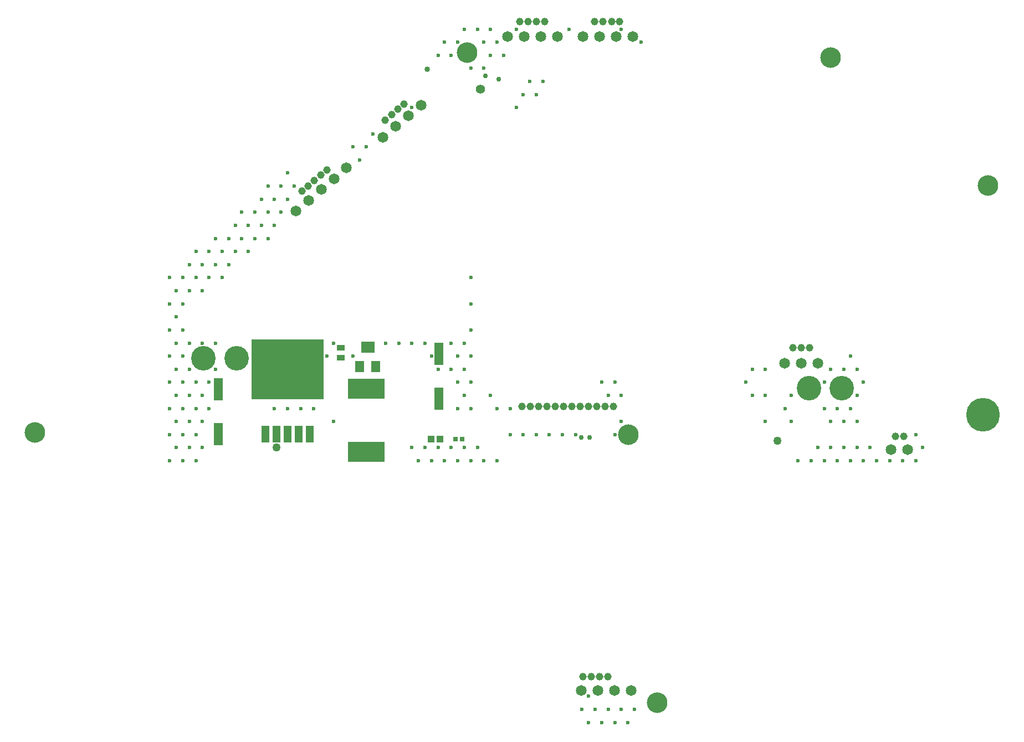
<source format=gts>
G04*
G04 #@! TF.GenerationSoftware,Altium Limited,Altium Designer,18.1.7 (191)*
G04*
G04 Layer_Color=8388736*
%FSLAX42Y42*%
%MOMM*%
G71*
G01*
G75*
%ADD13R,1.45X1.75*%
%ADD14R,2.15X1.75*%
%ADD15R,1.35X3.35*%
%ADD16R,0.65X0.80*%
%ADD17R,1.00X1.00*%
%ADD18R,11.05X9.25*%
%ADD19R,1.20X2.65*%
%ADD20R,5.55X3.05*%
%ADD21R,1.17X0.90*%
%ADD22C,1.65*%
%ADD23C,1.15*%
%ADD24C,3.75*%
%ADD25C,3.15*%
%ADD26C,5.15*%
%ADD27C,0.60*%
%ADD28C,0.85*%
%ADD29C,1.42*%
%ADD30C,0.75*%
%ADD31C,1.27*%
D13*
X6150Y5642D02*
D03*
X5900D02*
D03*
D14*
X6025Y5933D02*
D03*
D15*
X7112Y5833D02*
D03*
Y5153D02*
D03*
X3740Y5290D02*
D03*
Y4610D02*
D03*
D16*
X7369Y4530D02*
D03*
X7465D02*
D03*
D17*
X7131D02*
D03*
X6991D02*
D03*
D18*
X4801Y5597D02*
D03*
D19*
X5141Y4607D02*
D03*
X4971D02*
D03*
X4801D02*
D03*
X4631D02*
D03*
X4461D02*
D03*
D20*
X6006Y4335D02*
D03*
Y5305D02*
D03*
D21*
X5612Y5924D02*
D03*
Y5776D02*
D03*
D22*
X5314Y8349D02*
D03*
X5121Y8184D02*
D03*
X4928Y8019D02*
D03*
X5507Y8514D02*
D03*
X5701Y8679D02*
D03*
X9792Y690D02*
D03*
X10046D02*
D03*
X9538D02*
D03*
X9284D02*
D03*
X10071Y10685D02*
D03*
X9817D02*
D03*
X9309D02*
D03*
X9563D02*
D03*
X8161Y10690D02*
D03*
X8415D02*
D03*
X8923D02*
D03*
X8669D02*
D03*
X6839Y9639D02*
D03*
X6645Y9476D02*
D03*
X6256Y9149D02*
D03*
X6450Y9313D02*
D03*
X12646Y5687D02*
D03*
X12900D02*
D03*
X12392D02*
D03*
X14275Y4369D02*
D03*
X14021D02*
D03*
D23*
X5403Y8650D02*
D03*
X5307Y8568D02*
D03*
X5017Y8320D02*
D03*
X5114Y8403D02*
D03*
X5210Y8485D02*
D03*
X6292Y9410D02*
D03*
X6389Y9492D02*
D03*
X6485Y9575D02*
D03*
X6582Y9656D02*
D03*
X9311Y895D02*
D03*
X9438D02*
D03*
X9565Y898D02*
D03*
X9692D02*
D03*
X9494Y10912D02*
D03*
X9621D02*
D03*
X9749Y10914D02*
D03*
X9875D02*
D03*
X8731Y10918D02*
D03*
X8604D02*
D03*
X8477Y10916D02*
D03*
X8350D02*
D03*
X12646Y5929D02*
D03*
X12519D02*
D03*
X12773D02*
D03*
X14084Y4572D02*
D03*
X14211D02*
D03*
X9782Y5033D02*
D03*
X9654D02*
D03*
X9528D02*
D03*
X9400D02*
D03*
X9274D02*
D03*
X9146D02*
D03*
X9019D02*
D03*
X8893D02*
D03*
X8765D02*
D03*
X8639D02*
D03*
X8511D02*
D03*
X8385D02*
D03*
D24*
X13265Y5310D02*
D03*
X12765D02*
D03*
X4017Y5770D02*
D03*
X3517D02*
D03*
D25*
X10007Y4600D02*
D03*
X10447Y500D02*
D03*
X15506Y8413D02*
D03*
X13100Y10368D02*
D03*
X7547Y10443D02*
D03*
X936Y4635D02*
D03*
D26*
X15427Y4900D02*
D03*
D27*
X14400Y4600D02*
D03*
X14500Y4400D02*
D03*
X14400Y4200D02*
D03*
X14200D02*
D03*
X14000D02*
D03*
X13800D02*
D03*
X13600Y5400D02*
D03*
X13700Y4400D02*
D03*
X13600Y4200D02*
D03*
X13400Y5800D02*
D03*
X13500Y5600D02*
D03*
Y5200D02*
D03*
X13400Y5000D02*
D03*
X13500Y4800D02*
D03*
Y4400D02*
D03*
X13400Y4200D02*
D03*
X13300Y5600D02*
D03*
X13200Y5000D02*
D03*
X13300Y4800D02*
D03*
Y4400D02*
D03*
X13200Y4200D02*
D03*
X13100Y5600D02*
D03*
X13000Y5400D02*
D03*
Y5000D02*
D03*
X13100Y4800D02*
D03*
Y4400D02*
D03*
X13000Y4200D02*
D03*
X12900Y4400D02*
D03*
X12800Y4200D02*
D03*
X12600D02*
D03*
X12500Y5200D02*
D03*
X12400Y5000D02*
D03*
X12500Y4800D02*
D03*
X12100Y5600D02*
D03*
Y5200D02*
D03*
Y4800D02*
D03*
X11900Y5600D02*
D03*
X11800Y5400D02*
D03*
X11900Y5200D02*
D03*
X10200Y10600D02*
D03*
X10100Y400D02*
D03*
X10000Y200D02*
D03*
X9900Y10800D02*
D03*
X9800Y5400D02*
D03*
X9900Y5200D02*
D03*
Y4800D02*
D03*
X9800Y4600D02*
D03*
X9900Y400D02*
D03*
X9800Y200D02*
D03*
X9600Y5400D02*
D03*
X9700Y5200D02*
D03*
Y400D02*
D03*
X9600Y200D02*
D03*
X9400Y600D02*
D03*
X9500Y400D02*
D03*
X9400Y200D02*
D03*
X9200Y4600D02*
D03*
X9300Y400D02*
D03*
X9100Y10800D02*
D03*
X9000Y4600D02*
D03*
X8800D02*
D03*
X8700Y10000D02*
D03*
X8600Y9800D02*
D03*
Y4600D02*
D03*
X8500Y10000D02*
D03*
X8400Y9800D02*
D03*
Y4600D02*
D03*
X8300Y10800D02*
D03*
Y9600D02*
D03*
X8200Y5000D02*
D03*
Y4600D02*
D03*
X8000Y10600D02*
D03*
X8100Y10400D02*
D03*
X8000Y5000D02*
D03*
Y4200D02*
D03*
X7900Y10800D02*
D03*
X7800Y10600D02*
D03*
X7900Y10400D02*
D03*
X7800Y10200D02*
D03*
X7900Y5200D02*
D03*
X7800Y4200D02*
D03*
X7700Y10800D02*
D03*
X7600Y10200D02*
D03*
Y7000D02*
D03*
Y6600D02*
D03*
Y6200D02*
D03*
Y5800D02*
D03*
Y5400D02*
D03*
Y5000D02*
D03*
X7700Y4400D02*
D03*
X7600Y4200D02*
D03*
X7500Y10800D02*
D03*
X7400Y10600D02*
D03*
X7500Y6000D02*
D03*
X7400Y5800D02*
D03*
X7500Y5600D02*
D03*
X7400Y5400D02*
D03*
X7500Y5200D02*
D03*
X7400Y5000D02*
D03*
X7500Y4400D02*
D03*
X7400Y4200D02*
D03*
X7200Y10600D02*
D03*
X7300Y10400D02*
D03*
Y6000D02*
D03*
Y5600D02*
D03*
Y4400D02*
D03*
X7200Y4200D02*
D03*
X7100Y10400D02*
D03*
X7000Y5800D02*
D03*
X7100Y5600D02*
D03*
Y4400D02*
D03*
X7000Y4200D02*
D03*
X6900Y6000D02*
D03*
Y4400D02*
D03*
X6800Y4200D02*
D03*
X6700Y9600D02*
D03*
Y6000D02*
D03*
Y4400D02*
D03*
X6500Y6000D02*
D03*
X6300D02*
D03*
X6100Y9200D02*
D03*
X6000Y9000D02*
D03*
X5800D02*
D03*
X5900Y8800D02*
D03*
X5800Y5800D02*
D03*
X5500Y6000D02*
D03*
X5400Y5800D02*
D03*
X5500Y4800D02*
D03*
X5200Y5000D02*
D03*
X5000D02*
D03*
X4800Y8600D02*
D03*
X4900Y8400D02*
D03*
X4800Y8200D02*
D03*
Y5000D02*
D03*
X4700Y8400D02*
D03*
X4600Y8200D02*
D03*
X4700Y8000D02*
D03*
X4600Y7800D02*
D03*
Y5000D02*
D03*
X4500Y8400D02*
D03*
X4400Y8200D02*
D03*
X4500Y8000D02*
D03*
X4400Y7800D02*
D03*
X4500Y7600D02*
D03*
X4300Y8000D02*
D03*
X4200Y7800D02*
D03*
X4300Y7600D02*
D03*
X4200Y7400D02*
D03*
X4100Y8000D02*
D03*
X4000Y7800D02*
D03*
X4100Y7600D02*
D03*
X4000Y7400D02*
D03*
X3900Y7600D02*
D03*
X3800Y7400D02*
D03*
X3900Y7200D02*
D03*
X3800Y7000D02*
D03*
X3700Y7600D02*
D03*
X3600Y7400D02*
D03*
X3700Y7200D02*
D03*
X3600Y7000D02*
D03*
X3700Y6000D02*
D03*
Y5600D02*
D03*
X3600Y5400D02*
D03*
Y5000D02*
D03*
X3400Y7400D02*
D03*
X3500Y7200D02*
D03*
X3400Y7000D02*
D03*
X3500Y6800D02*
D03*
Y6000D02*
D03*
X3400Y5400D02*
D03*
X3500Y5200D02*
D03*
X3400Y5000D02*
D03*
X3500Y4800D02*
D03*
X3400Y4600D02*
D03*
X3500Y4400D02*
D03*
X3400Y4200D02*
D03*
X3300Y7200D02*
D03*
X3200Y7000D02*
D03*
X3300Y6800D02*
D03*
X3200Y6600D02*
D03*
Y6200D02*
D03*
X3300Y6000D02*
D03*
X3200Y5800D02*
D03*
X3300Y5600D02*
D03*
X3200Y5400D02*
D03*
X3300Y5200D02*
D03*
X3200Y5000D02*
D03*
X3300Y4800D02*
D03*
X3200Y4600D02*
D03*
X3300Y4400D02*
D03*
X3200Y4200D02*
D03*
X3000Y7000D02*
D03*
X3100Y6800D02*
D03*
X3000Y6600D02*
D03*
X3100Y6400D02*
D03*
X3000Y6200D02*
D03*
X3100Y6000D02*
D03*
X3000Y5800D02*
D03*
X3100Y5600D02*
D03*
X3000Y5400D02*
D03*
X3100Y5200D02*
D03*
X3000Y5000D02*
D03*
X3100Y4800D02*
D03*
X3000Y4600D02*
D03*
X3100Y4400D02*
D03*
X3000Y4200D02*
D03*
D28*
X6930Y10188D02*
D03*
D29*
X7745Y9878D02*
D03*
D30*
X8025Y10035D02*
D03*
X7826Y10086D02*
D03*
X9290Y4553D02*
D03*
X9418D02*
D03*
D31*
X12282Y4505D02*
D03*
X4631Y4400D02*
D03*
M02*

</source>
